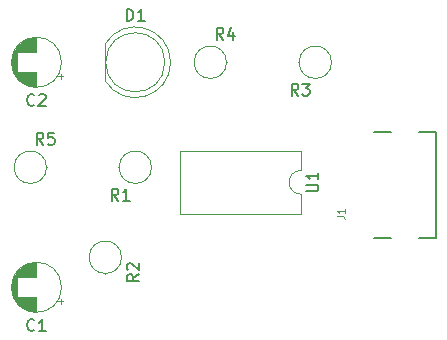
<source format=gbr>
%TF.GenerationSoftware,KiCad,Pcbnew,(5.1.6-0-10_14)*%
%TF.CreationDate,2020-10-03T02:43:04-05:00*%
%TF.ProjectId,usbc-power,75736263-2d70-46f7-9765-722e6b696361,rev?*%
%TF.SameCoordinates,Original*%
%TF.FileFunction,Legend,Top*%
%TF.FilePolarity,Positive*%
%FSLAX46Y46*%
G04 Gerber Fmt 4.6, Leading zero omitted, Abs format (unit mm)*
G04 Created by KiCad (PCBNEW (5.1.6-0-10_14)) date 2020-10-03 02:43:04*
%MOMM*%
%LPD*%
G01*
G04 APERTURE LIST*
%ADD10C,0.120000*%
%ADD11C,0.127000*%
%ADD12C,0.150000*%
%ADD13C,0.015000*%
G04 APERTURE END LIST*
D10*
%TO.C,R5*%
X124560000Y-83820000D02*
X124630000Y-83820000D01*
X124560000Y-83820000D02*
G75*
G03*
X124560000Y-83820000I-1370000J0D01*
G01*
D11*
%TO.C,J1*%
X157530000Y-89770000D02*
X156100000Y-89770000D01*
X153760000Y-89770000D02*
X152300000Y-89770000D01*
X157530000Y-80830000D02*
X156100000Y-80830000D01*
X153760000Y-80830000D02*
X152300000Y-80830000D01*
X157530000Y-89770000D02*
X157530000Y-80830000D01*
D10*
%TO.C,C1*%
X125830000Y-93980000D02*
G75*
G03*
X125830000Y-93980000I-2120000J0D01*
G01*
X123710000Y-93140000D02*
X123710000Y-91900000D01*
X123710000Y-96060000D02*
X123710000Y-94820000D01*
X123670000Y-93140000D02*
X123670000Y-91900000D01*
X123670000Y-96060000D02*
X123670000Y-94820000D01*
X123630000Y-93140000D02*
X123630000Y-91901000D01*
X123630000Y-96059000D02*
X123630000Y-94820000D01*
X123590000Y-96057000D02*
X123590000Y-94820000D01*
X123590000Y-93140000D02*
X123590000Y-91903000D01*
X123550000Y-96054000D02*
X123550000Y-94820000D01*
X123550000Y-93140000D02*
X123550000Y-91906000D01*
X123510000Y-96051000D02*
X123510000Y-94820000D01*
X123510000Y-93140000D02*
X123510000Y-91909000D01*
X123470000Y-96047000D02*
X123470000Y-94820000D01*
X123470000Y-93140000D02*
X123470000Y-91913000D01*
X123430000Y-96042000D02*
X123430000Y-94820000D01*
X123430000Y-93140000D02*
X123430000Y-91918000D01*
X123390000Y-96036000D02*
X123390000Y-94820000D01*
X123390000Y-93140000D02*
X123390000Y-91924000D01*
X123350000Y-96030000D02*
X123350000Y-94820000D01*
X123350000Y-93140000D02*
X123350000Y-91930000D01*
X123310000Y-96022000D02*
X123310000Y-94820000D01*
X123310000Y-93140000D02*
X123310000Y-91938000D01*
X123270000Y-96014000D02*
X123270000Y-94820000D01*
X123270000Y-93140000D02*
X123270000Y-91946000D01*
X123230000Y-96005000D02*
X123230000Y-94820000D01*
X123230000Y-93140000D02*
X123230000Y-91955000D01*
X123190000Y-95996000D02*
X123190000Y-94820000D01*
X123190000Y-93140000D02*
X123190000Y-91964000D01*
X123150000Y-95985000D02*
X123150000Y-94820000D01*
X123150000Y-93140000D02*
X123150000Y-91975000D01*
X123110000Y-95974000D02*
X123110000Y-94820000D01*
X123110000Y-93140000D02*
X123110000Y-91986000D01*
X123070000Y-95962000D02*
X123070000Y-94820000D01*
X123070000Y-93140000D02*
X123070000Y-91998000D01*
X123030000Y-95948000D02*
X123030000Y-94820000D01*
X123030000Y-93140000D02*
X123030000Y-92012000D01*
X122989000Y-95934000D02*
X122989000Y-94820000D01*
X122989000Y-93140000D02*
X122989000Y-92026000D01*
X122949000Y-95920000D02*
X122949000Y-94820000D01*
X122949000Y-93140000D02*
X122949000Y-92040000D01*
X122909000Y-95904000D02*
X122909000Y-94820000D01*
X122909000Y-93140000D02*
X122909000Y-92056000D01*
X122869000Y-95887000D02*
X122869000Y-94820000D01*
X122869000Y-93140000D02*
X122869000Y-92073000D01*
X122829000Y-95869000D02*
X122829000Y-94820000D01*
X122829000Y-93140000D02*
X122829000Y-92091000D01*
X122789000Y-95850000D02*
X122789000Y-94820000D01*
X122789000Y-93140000D02*
X122789000Y-92110000D01*
X122749000Y-95831000D02*
X122749000Y-94820000D01*
X122749000Y-93140000D02*
X122749000Y-92129000D01*
X122709000Y-95810000D02*
X122709000Y-94820000D01*
X122709000Y-93140000D02*
X122709000Y-92150000D01*
X122669000Y-95788000D02*
X122669000Y-94820000D01*
X122669000Y-93140000D02*
X122669000Y-92172000D01*
X122629000Y-95765000D02*
X122629000Y-94820000D01*
X122629000Y-93140000D02*
X122629000Y-92195000D01*
X122589000Y-95740000D02*
X122589000Y-94820000D01*
X122589000Y-93140000D02*
X122589000Y-92220000D01*
X122549000Y-95715000D02*
X122549000Y-94820000D01*
X122549000Y-93140000D02*
X122549000Y-92245000D01*
X122509000Y-95688000D02*
X122509000Y-94820000D01*
X122509000Y-93140000D02*
X122509000Y-92272000D01*
X122469000Y-95660000D02*
X122469000Y-94820000D01*
X122469000Y-93140000D02*
X122469000Y-92300000D01*
X122429000Y-95630000D02*
X122429000Y-94820000D01*
X122429000Y-93140000D02*
X122429000Y-92330000D01*
X122389000Y-95599000D02*
X122389000Y-94820000D01*
X122389000Y-93140000D02*
X122389000Y-92361000D01*
X122349000Y-95567000D02*
X122349000Y-94820000D01*
X122349000Y-93140000D02*
X122349000Y-92393000D01*
X122309000Y-95532000D02*
X122309000Y-94820000D01*
X122309000Y-93140000D02*
X122309000Y-92428000D01*
X122269000Y-95496000D02*
X122269000Y-94820000D01*
X122269000Y-93140000D02*
X122269000Y-92464000D01*
X122229000Y-95458000D02*
X122229000Y-94820000D01*
X122229000Y-93140000D02*
X122229000Y-92502000D01*
X122189000Y-95418000D02*
X122189000Y-94820000D01*
X122189000Y-93140000D02*
X122189000Y-92542000D01*
X122149000Y-95376000D02*
X122149000Y-94820000D01*
X122149000Y-93140000D02*
X122149000Y-92584000D01*
X122109000Y-95331000D02*
X122109000Y-92629000D01*
X122069000Y-95284000D02*
X122069000Y-92676000D01*
X122029000Y-95234000D02*
X122029000Y-92726000D01*
X121989000Y-95180000D02*
X121989000Y-92780000D01*
X121949000Y-95122000D02*
X121949000Y-92838000D01*
X121909000Y-95060000D02*
X121909000Y-92900000D01*
X121869000Y-94993000D02*
X121869000Y-92967000D01*
X121829000Y-94920000D02*
X121829000Y-93040000D01*
X121789000Y-94839000D02*
X121789000Y-93121000D01*
X121749000Y-94748000D02*
X121749000Y-93212000D01*
X121709000Y-94644000D02*
X121709000Y-93316000D01*
X121669000Y-94517000D02*
X121669000Y-93443000D01*
X121629000Y-94350000D02*
X121629000Y-93610000D01*
X125979801Y-95175000D02*
X125579801Y-95175000D01*
X125779801Y-95375000D02*
X125779801Y-94975000D01*
%TO.C,C2*%
X125779801Y-76325000D02*
X125779801Y-75925000D01*
X125979801Y-76125000D02*
X125579801Y-76125000D01*
X121629000Y-75300000D02*
X121629000Y-74560000D01*
X121669000Y-75467000D02*
X121669000Y-74393000D01*
X121709000Y-75594000D02*
X121709000Y-74266000D01*
X121749000Y-75698000D02*
X121749000Y-74162000D01*
X121789000Y-75789000D02*
X121789000Y-74071000D01*
X121829000Y-75870000D02*
X121829000Y-73990000D01*
X121869000Y-75943000D02*
X121869000Y-73917000D01*
X121909000Y-76010000D02*
X121909000Y-73850000D01*
X121949000Y-76072000D02*
X121949000Y-73788000D01*
X121989000Y-76130000D02*
X121989000Y-73730000D01*
X122029000Y-76184000D02*
X122029000Y-73676000D01*
X122069000Y-76234000D02*
X122069000Y-73626000D01*
X122109000Y-76281000D02*
X122109000Y-73579000D01*
X122149000Y-74090000D02*
X122149000Y-73534000D01*
X122149000Y-76326000D02*
X122149000Y-75770000D01*
X122189000Y-74090000D02*
X122189000Y-73492000D01*
X122189000Y-76368000D02*
X122189000Y-75770000D01*
X122229000Y-74090000D02*
X122229000Y-73452000D01*
X122229000Y-76408000D02*
X122229000Y-75770000D01*
X122269000Y-74090000D02*
X122269000Y-73414000D01*
X122269000Y-76446000D02*
X122269000Y-75770000D01*
X122309000Y-74090000D02*
X122309000Y-73378000D01*
X122309000Y-76482000D02*
X122309000Y-75770000D01*
X122349000Y-74090000D02*
X122349000Y-73343000D01*
X122349000Y-76517000D02*
X122349000Y-75770000D01*
X122389000Y-74090000D02*
X122389000Y-73311000D01*
X122389000Y-76549000D02*
X122389000Y-75770000D01*
X122429000Y-74090000D02*
X122429000Y-73280000D01*
X122429000Y-76580000D02*
X122429000Y-75770000D01*
X122469000Y-74090000D02*
X122469000Y-73250000D01*
X122469000Y-76610000D02*
X122469000Y-75770000D01*
X122509000Y-74090000D02*
X122509000Y-73222000D01*
X122509000Y-76638000D02*
X122509000Y-75770000D01*
X122549000Y-74090000D02*
X122549000Y-73195000D01*
X122549000Y-76665000D02*
X122549000Y-75770000D01*
X122589000Y-74090000D02*
X122589000Y-73170000D01*
X122589000Y-76690000D02*
X122589000Y-75770000D01*
X122629000Y-74090000D02*
X122629000Y-73145000D01*
X122629000Y-76715000D02*
X122629000Y-75770000D01*
X122669000Y-74090000D02*
X122669000Y-73122000D01*
X122669000Y-76738000D02*
X122669000Y-75770000D01*
X122709000Y-74090000D02*
X122709000Y-73100000D01*
X122709000Y-76760000D02*
X122709000Y-75770000D01*
X122749000Y-74090000D02*
X122749000Y-73079000D01*
X122749000Y-76781000D02*
X122749000Y-75770000D01*
X122789000Y-74090000D02*
X122789000Y-73060000D01*
X122789000Y-76800000D02*
X122789000Y-75770000D01*
X122829000Y-74090000D02*
X122829000Y-73041000D01*
X122829000Y-76819000D02*
X122829000Y-75770000D01*
X122869000Y-74090000D02*
X122869000Y-73023000D01*
X122869000Y-76837000D02*
X122869000Y-75770000D01*
X122909000Y-74090000D02*
X122909000Y-73006000D01*
X122909000Y-76854000D02*
X122909000Y-75770000D01*
X122949000Y-74090000D02*
X122949000Y-72990000D01*
X122949000Y-76870000D02*
X122949000Y-75770000D01*
X122989000Y-74090000D02*
X122989000Y-72976000D01*
X122989000Y-76884000D02*
X122989000Y-75770000D01*
X123030000Y-74090000D02*
X123030000Y-72962000D01*
X123030000Y-76898000D02*
X123030000Y-75770000D01*
X123070000Y-74090000D02*
X123070000Y-72948000D01*
X123070000Y-76912000D02*
X123070000Y-75770000D01*
X123110000Y-74090000D02*
X123110000Y-72936000D01*
X123110000Y-76924000D02*
X123110000Y-75770000D01*
X123150000Y-74090000D02*
X123150000Y-72925000D01*
X123150000Y-76935000D02*
X123150000Y-75770000D01*
X123190000Y-74090000D02*
X123190000Y-72914000D01*
X123190000Y-76946000D02*
X123190000Y-75770000D01*
X123230000Y-74090000D02*
X123230000Y-72905000D01*
X123230000Y-76955000D02*
X123230000Y-75770000D01*
X123270000Y-74090000D02*
X123270000Y-72896000D01*
X123270000Y-76964000D02*
X123270000Y-75770000D01*
X123310000Y-74090000D02*
X123310000Y-72888000D01*
X123310000Y-76972000D02*
X123310000Y-75770000D01*
X123350000Y-74090000D02*
X123350000Y-72880000D01*
X123350000Y-76980000D02*
X123350000Y-75770000D01*
X123390000Y-74090000D02*
X123390000Y-72874000D01*
X123390000Y-76986000D02*
X123390000Y-75770000D01*
X123430000Y-74090000D02*
X123430000Y-72868000D01*
X123430000Y-76992000D02*
X123430000Y-75770000D01*
X123470000Y-74090000D02*
X123470000Y-72863000D01*
X123470000Y-76997000D02*
X123470000Y-75770000D01*
X123510000Y-74090000D02*
X123510000Y-72859000D01*
X123510000Y-77001000D02*
X123510000Y-75770000D01*
X123550000Y-74090000D02*
X123550000Y-72856000D01*
X123550000Y-77004000D02*
X123550000Y-75770000D01*
X123590000Y-74090000D02*
X123590000Y-72853000D01*
X123590000Y-77007000D02*
X123590000Y-75770000D01*
X123630000Y-77009000D02*
X123630000Y-75770000D01*
X123630000Y-74090000D02*
X123630000Y-72851000D01*
X123670000Y-77010000D02*
X123670000Y-75770000D01*
X123670000Y-74090000D02*
X123670000Y-72850000D01*
X123710000Y-77010000D02*
X123710000Y-75770000D01*
X123710000Y-74090000D02*
X123710000Y-72850000D01*
X125830000Y-74930000D02*
G75*
G03*
X125830000Y-74930000I-2120000J0D01*
G01*
%TO.C,D1*%
X129520000Y-73385000D02*
X129520000Y-76475000D01*
X134580000Y-74930000D02*
G75*
G03*
X134580000Y-74930000I-2500000J0D01*
G01*
X135070000Y-74930462D02*
G75*
G03*
X129520000Y-73385170I-2990000J462D01*
G01*
X135070000Y-74929538D02*
G75*
G02*
X129520000Y-76474830I-2990000J-462D01*
G01*
%TO.C,R1*%
X130710000Y-83820000D02*
X130640000Y-83820000D01*
X133450000Y-83820000D02*
G75*
G03*
X133450000Y-83820000I-1370000J0D01*
G01*
%TO.C,R2*%
X130910000Y-91440000D02*
G75*
G03*
X130910000Y-91440000I-1370000J0D01*
G01*
X129540000Y-92810000D02*
X129540000Y-92880000D01*
%TO.C,R3*%
X145950000Y-74930000D02*
X145880000Y-74930000D01*
X148690000Y-74930000D02*
G75*
G03*
X148690000Y-74930000I-1370000J0D01*
G01*
%TO.C,R4*%
X139800000Y-74930000D02*
G75*
G03*
X139800000Y-74930000I-1370000J0D01*
G01*
X139800000Y-74930000D02*
X139870000Y-74930000D01*
%TO.C,U1*%
X146110000Y-87740000D02*
X146110000Y-86090000D01*
X135830000Y-87740000D02*
X146110000Y-87740000D01*
X135830000Y-82440000D02*
X135830000Y-87740000D01*
X146110000Y-82440000D02*
X135830000Y-82440000D01*
X146110000Y-84090000D02*
X146110000Y-82440000D01*
X146110000Y-86090000D02*
G75*
G02*
X146110000Y-84090000I0J1000000D01*
G01*
%TO.C,R5*%
D12*
X124293333Y-81902380D02*
X123960000Y-81426190D01*
X123721904Y-81902380D02*
X123721904Y-80902380D01*
X124102857Y-80902380D01*
X124198095Y-80950000D01*
X124245714Y-80997619D01*
X124293333Y-81092857D01*
X124293333Y-81235714D01*
X124245714Y-81330952D01*
X124198095Y-81378571D01*
X124102857Y-81426190D01*
X123721904Y-81426190D01*
X125198095Y-80902380D02*
X124721904Y-80902380D01*
X124674285Y-81378571D01*
X124721904Y-81330952D01*
X124817142Y-81283333D01*
X125055238Y-81283333D01*
X125150476Y-81330952D01*
X125198095Y-81378571D01*
X125245714Y-81473809D01*
X125245714Y-81711904D01*
X125198095Y-81807142D01*
X125150476Y-81854761D01*
X125055238Y-81902380D01*
X124817142Y-81902380D01*
X124721904Y-81854761D01*
X124674285Y-81807142D01*
%TO.C,J1*%
D13*
X149173123Y-87981333D02*
X149630266Y-87981333D01*
X149721695Y-88011809D01*
X149782647Y-88072761D01*
X149813123Y-88164190D01*
X149813123Y-88225142D01*
X149813123Y-87341333D02*
X149813123Y-87707047D01*
X149813123Y-87524190D02*
X149173123Y-87524190D01*
X149264552Y-87585142D01*
X149325504Y-87646095D01*
X149355980Y-87707047D01*
%TO.C,C1*%
D12*
X123543333Y-97587142D02*
X123495714Y-97634761D01*
X123352857Y-97682380D01*
X123257619Y-97682380D01*
X123114761Y-97634761D01*
X123019523Y-97539523D01*
X122971904Y-97444285D01*
X122924285Y-97253809D01*
X122924285Y-97110952D01*
X122971904Y-96920476D01*
X123019523Y-96825238D01*
X123114761Y-96730000D01*
X123257619Y-96682380D01*
X123352857Y-96682380D01*
X123495714Y-96730000D01*
X123543333Y-96777619D01*
X124495714Y-97682380D02*
X123924285Y-97682380D01*
X124210000Y-97682380D02*
X124210000Y-96682380D01*
X124114761Y-96825238D01*
X124019523Y-96920476D01*
X123924285Y-96968095D01*
%TO.C,C2*%
X123543333Y-78537142D02*
X123495714Y-78584761D01*
X123352857Y-78632380D01*
X123257619Y-78632380D01*
X123114761Y-78584761D01*
X123019523Y-78489523D01*
X122971904Y-78394285D01*
X122924285Y-78203809D01*
X122924285Y-78060952D01*
X122971904Y-77870476D01*
X123019523Y-77775238D01*
X123114761Y-77680000D01*
X123257619Y-77632380D01*
X123352857Y-77632380D01*
X123495714Y-77680000D01*
X123543333Y-77727619D01*
X123924285Y-77727619D02*
X123971904Y-77680000D01*
X124067142Y-77632380D01*
X124305238Y-77632380D01*
X124400476Y-77680000D01*
X124448095Y-77727619D01*
X124495714Y-77822857D01*
X124495714Y-77918095D01*
X124448095Y-78060952D01*
X123876666Y-78632380D01*
X124495714Y-78632380D01*
%TO.C,D1*%
X131341904Y-71422380D02*
X131341904Y-70422380D01*
X131580000Y-70422380D01*
X131722857Y-70470000D01*
X131818095Y-70565238D01*
X131865714Y-70660476D01*
X131913333Y-70850952D01*
X131913333Y-70993809D01*
X131865714Y-71184285D01*
X131818095Y-71279523D01*
X131722857Y-71374761D01*
X131580000Y-71422380D01*
X131341904Y-71422380D01*
X132865714Y-71422380D02*
X132294285Y-71422380D01*
X132580000Y-71422380D02*
X132580000Y-70422380D01*
X132484761Y-70565238D01*
X132389523Y-70660476D01*
X132294285Y-70708095D01*
%TO.C,R1*%
X130643333Y-86642380D02*
X130310000Y-86166190D01*
X130071904Y-86642380D02*
X130071904Y-85642380D01*
X130452857Y-85642380D01*
X130548095Y-85690000D01*
X130595714Y-85737619D01*
X130643333Y-85832857D01*
X130643333Y-85975714D01*
X130595714Y-86070952D01*
X130548095Y-86118571D01*
X130452857Y-86166190D01*
X130071904Y-86166190D01*
X131595714Y-86642380D02*
X131024285Y-86642380D01*
X131310000Y-86642380D02*
X131310000Y-85642380D01*
X131214761Y-85785238D01*
X131119523Y-85880476D01*
X131024285Y-85928095D01*
%TO.C,R2*%
X132362380Y-92876666D02*
X131886190Y-93210000D01*
X132362380Y-93448095D02*
X131362380Y-93448095D01*
X131362380Y-93067142D01*
X131410000Y-92971904D01*
X131457619Y-92924285D01*
X131552857Y-92876666D01*
X131695714Y-92876666D01*
X131790952Y-92924285D01*
X131838571Y-92971904D01*
X131886190Y-93067142D01*
X131886190Y-93448095D01*
X131457619Y-92495714D02*
X131410000Y-92448095D01*
X131362380Y-92352857D01*
X131362380Y-92114761D01*
X131410000Y-92019523D01*
X131457619Y-91971904D01*
X131552857Y-91924285D01*
X131648095Y-91924285D01*
X131790952Y-91971904D01*
X132362380Y-92543333D01*
X132362380Y-91924285D01*
%TO.C,R3*%
X145883333Y-77752380D02*
X145550000Y-77276190D01*
X145311904Y-77752380D02*
X145311904Y-76752380D01*
X145692857Y-76752380D01*
X145788095Y-76800000D01*
X145835714Y-76847619D01*
X145883333Y-76942857D01*
X145883333Y-77085714D01*
X145835714Y-77180952D01*
X145788095Y-77228571D01*
X145692857Y-77276190D01*
X145311904Y-77276190D01*
X146216666Y-76752380D02*
X146835714Y-76752380D01*
X146502380Y-77133333D01*
X146645238Y-77133333D01*
X146740476Y-77180952D01*
X146788095Y-77228571D01*
X146835714Y-77323809D01*
X146835714Y-77561904D01*
X146788095Y-77657142D01*
X146740476Y-77704761D01*
X146645238Y-77752380D01*
X146359523Y-77752380D01*
X146264285Y-77704761D01*
X146216666Y-77657142D01*
%TO.C,R4*%
X139533333Y-73012380D02*
X139200000Y-72536190D01*
X138961904Y-73012380D02*
X138961904Y-72012380D01*
X139342857Y-72012380D01*
X139438095Y-72060000D01*
X139485714Y-72107619D01*
X139533333Y-72202857D01*
X139533333Y-72345714D01*
X139485714Y-72440952D01*
X139438095Y-72488571D01*
X139342857Y-72536190D01*
X138961904Y-72536190D01*
X140390476Y-72345714D02*
X140390476Y-73012380D01*
X140152380Y-71964761D02*
X139914285Y-72679047D01*
X140533333Y-72679047D01*
%TO.C,U1*%
X146562380Y-85851904D02*
X147371904Y-85851904D01*
X147467142Y-85804285D01*
X147514761Y-85756666D01*
X147562380Y-85661428D01*
X147562380Y-85470952D01*
X147514761Y-85375714D01*
X147467142Y-85328095D01*
X147371904Y-85280476D01*
X146562380Y-85280476D01*
X147562380Y-84280476D02*
X147562380Y-84851904D01*
X147562380Y-84566190D02*
X146562380Y-84566190D01*
X146705238Y-84661428D01*
X146800476Y-84756666D01*
X146848095Y-84851904D01*
%TD*%
M02*

</source>
